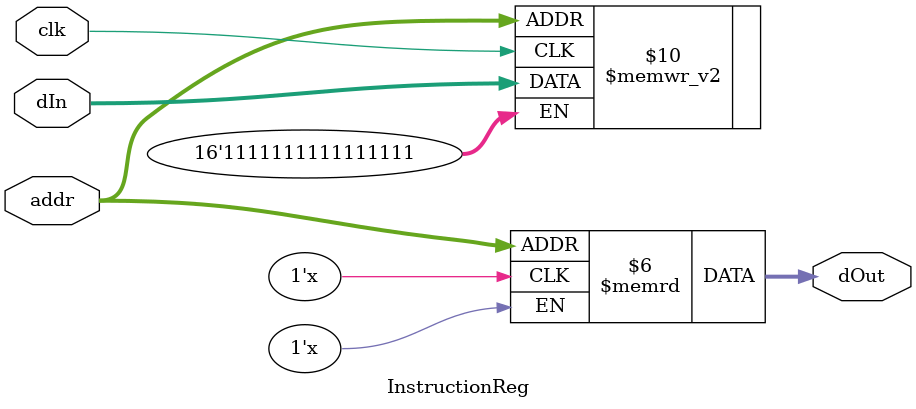
<source format=v>
`timescale 1ns / 1ps


module InstructionReg(
    input clk,
    input [3:0] addr,
    input [15:0] dIn,
    output [15:0] dOut
  );
    
  reg [15:0] mem [0:15];
  
  always @ (posedge clk) begin
    mem[addr] = dIn;
  end
  
  assign dOut[15:0] = mem[addr];
  
endmodule

</source>
